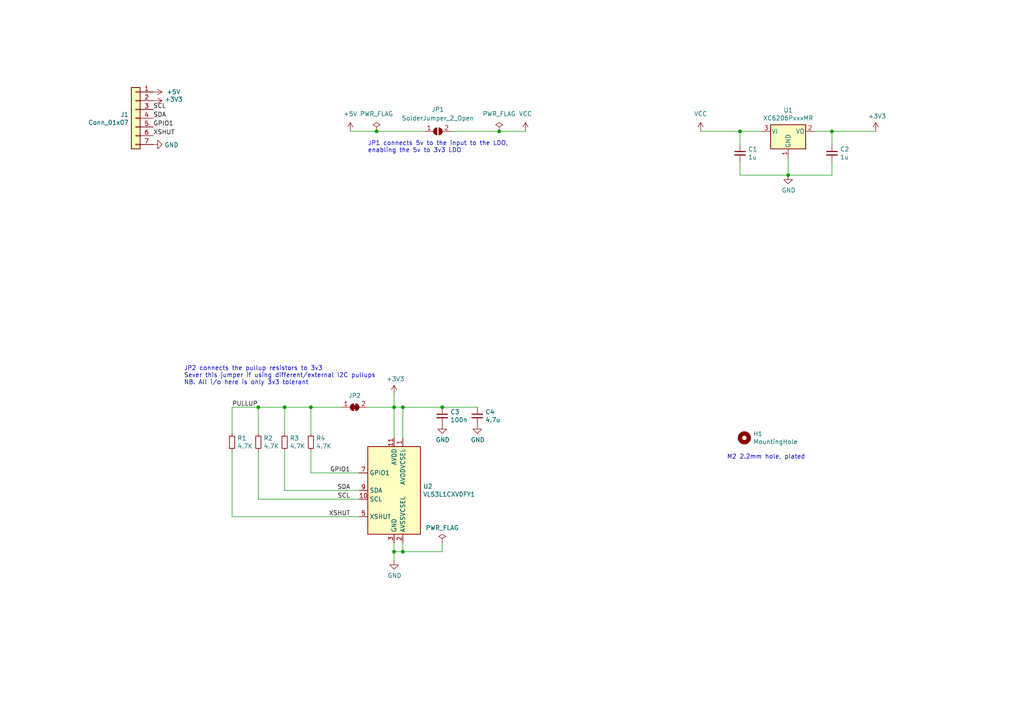
<source format=kicad_sch>
(kicad_sch (version 20211123) (generator eeschema)

  (uuid 63ff1c93-3f96-4c33-b498-5dd8c33bccc0)

  (paper "A4")

  (title_block
    (date "2022-01-23")
    (rev "2")
  )

  (lib_symbols
    (symbol "Connector_Generic:Conn_01x07" (pin_names (offset 1.016) hide) (in_bom yes) (on_board yes)
      (property "Reference" "J" (id 0) (at 0 10.16 0)
        (effects (font (size 1.27 1.27)))
      )
      (property "Value" "Conn_01x07" (id 1) (at 0 -10.16 0)
        (effects (font (size 1.27 1.27)))
      )
      (property "Footprint" "" (id 2) (at 0 0 0)
        (effects (font (size 1.27 1.27)) hide)
      )
      (property "Datasheet" "~" (id 3) (at 0 0 0)
        (effects (font (size 1.27 1.27)) hide)
      )
      (property "ki_keywords" "connector" (id 4) (at 0 0 0)
        (effects (font (size 1.27 1.27)) hide)
      )
      (property "ki_description" "Generic connector, single row, 01x07, script generated (kicad-library-utils/schlib/autogen/connector/)" (id 5) (at 0 0 0)
        (effects (font (size 1.27 1.27)) hide)
      )
      (property "ki_fp_filters" "Connector*:*_1x??_*" (id 6) (at 0 0 0)
        (effects (font (size 1.27 1.27)) hide)
      )
      (symbol "Conn_01x07_1_1"
        (rectangle (start -1.27 -7.493) (end 0 -7.747)
          (stroke (width 0.1524) (type default) (color 0 0 0 0))
          (fill (type none))
        )
        (rectangle (start -1.27 -4.953) (end 0 -5.207)
          (stroke (width 0.1524) (type default) (color 0 0 0 0))
          (fill (type none))
        )
        (rectangle (start -1.27 -2.413) (end 0 -2.667)
          (stroke (width 0.1524) (type default) (color 0 0 0 0))
          (fill (type none))
        )
        (rectangle (start -1.27 0.127) (end 0 -0.127)
          (stroke (width 0.1524) (type default) (color 0 0 0 0))
          (fill (type none))
        )
        (rectangle (start -1.27 2.667) (end 0 2.413)
          (stroke (width 0.1524) (type default) (color 0 0 0 0))
          (fill (type none))
        )
        (rectangle (start -1.27 5.207) (end 0 4.953)
          (stroke (width 0.1524) (type default) (color 0 0 0 0))
          (fill (type none))
        )
        (rectangle (start -1.27 7.747) (end 0 7.493)
          (stroke (width 0.1524) (type default) (color 0 0 0 0))
          (fill (type none))
        )
        (rectangle (start -1.27 8.89) (end 1.27 -8.89)
          (stroke (width 0.254) (type default) (color 0 0 0 0))
          (fill (type background))
        )
        (pin passive line (at -5.08 7.62 0) (length 3.81)
          (name "Pin_1" (effects (font (size 1.27 1.27))))
          (number "1" (effects (font (size 1.27 1.27))))
        )
        (pin passive line (at -5.08 5.08 0) (length 3.81)
          (name "Pin_2" (effects (font (size 1.27 1.27))))
          (number "2" (effects (font (size 1.27 1.27))))
        )
        (pin passive line (at -5.08 2.54 0) (length 3.81)
          (name "Pin_3" (effects (font (size 1.27 1.27))))
          (number "3" (effects (font (size 1.27 1.27))))
        )
        (pin passive line (at -5.08 0 0) (length 3.81)
          (name "Pin_4" (effects (font (size 1.27 1.27))))
          (number "4" (effects (font (size 1.27 1.27))))
        )
        (pin passive line (at -5.08 -2.54 0) (length 3.81)
          (name "Pin_5" (effects (font (size 1.27 1.27))))
          (number "5" (effects (font (size 1.27 1.27))))
        )
        (pin passive line (at -5.08 -5.08 0) (length 3.81)
          (name "Pin_6" (effects (font (size 1.27 1.27))))
          (number "6" (effects (font (size 1.27 1.27))))
        )
        (pin passive line (at -5.08 -7.62 0) (length 3.81)
          (name "Pin_7" (effects (font (size 1.27 1.27))))
          (number "7" (effects (font (size 1.27 1.27))))
        )
      )
    )
    (symbol "Device:C_Small" (pin_numbers hide) (pin_names (offset 0.254) hide) (in_bom yes) (on_board yes)
      (property "Reference" "C" (id 0) (at 0.254 1.778 0)
        (effects (font (size 1.27 1.27)) (justify left))
      )
      (property "Value" "C_Small" (id 1) (at 0.254 -2.032 0)
        (effects (font (size 1.27 1.27)) (justify left))
      )
      (property "Footprint" "" (id 2) (at 0 0 0)
        (effects (font (size 1.27 1.27)) hide)
      )
      (property "Datasheet" "~" (id 3) (at 0 0 0)
        (effects (font (size 1.27 1.27)) hide)
      )
      (property "ki_keywords" "capacitor cap" (id 4) (at 0 0 0)
        (effects (font (size 1.27 1.27)) hide)
      )
      (property "ki_description" "Unpolarized capacitor, small symbol" (id 5) (at 0 0 0)
        (effects (font (size 1.27 1.27)) hide)
      )
      (property "ki_fp_filters" "C_*" (id 6) (at 0 0 0)
        (effects (font (size 1.27 1.27)) hide)
      )
      (symbol "C_Small_0_1"
        (polyline
          (pts
            (xy -1.524 -0.508)
            (xy 1.524 -0.508)
          )
          (stroke (width 0.3302) (type default) (color 0 0 0 0))
          (fill (type none))
        )
        (polyline
          (pts
            (xy -1.524 0.508)
            (xy 1.524 0.508)
          )
          (stroke (width 0.3048) (type default) (color 0 0 0 0))
          (fill (type none))
        )
      )
      (symbol "C_Small_1_1"
        (pin passive line (at 0 2.54 270) (length 2.032)
          (name "~" (effects (font (size 1.27 1.27))))
          (number "1" (effects (font (size 1.27 1.27))))
        )
        (pin passive line (at 0 -2.54 90) (length 2.032)
          (name "~" (effects (font (size 1.27 1.27))))
          (number "2" (effects (font (size 1.27 1.27))))
        )
      )
    )
    (symbol "Device:R_Small" (pin_numbers hide) (pin_names (offset 0.254) hide) (in_bom yes) (on_board yes)
      (property "Reference" "R" (id 0) (at 0.762 0.508 0)
        (effects (font (size 1.27 1.27)) (justify left))
      )
      (property "Value" "R_Small" (id 1) (at 0.762 -1.016 0)
        (effects (font (size 1.27 1.27)) (justify left))
      )
      (property "Footprint" "" (id 2) (at 0 0 0)
        (effects (font (size 1.27 1.27)) hide)
      )
      (property "Datasheet" "~" (id 3) (at 0 0 0)
        (effects (font (size 1.27 1.27)) hide)
      )
      (property "ki_keywords" "R resistor" (id 4) (at 0 0 0)
        (effects (font (size 1.27 1.27)) hide)
      )
      (property "ki_description" "Resistor, small symbol" (id 5) (at 0 0 0)
        (effects (font (size 1.27 1.27)) hide)
      )
      (property "ki_fp_filters" "R_*" (id 6) (at 0 0 0)
        (effects (font (size 1.27 1.27)) hide)
      )
      (symbol "R_Small_0_1"
        (rectangle (start -0.762 1.778) (end 0.762 -1.778)
          (stroke (width 0.2032) (type default) (color 0 0 0 0))
          (fill (type none))
        )
      )
      (symbol "R_Small_1_1"
        (pin passive line (at 0 2.54 270) (length 0.762)
          (name "~" (effects (font (size 1.27 1.27))))
          (number "1" (effects (font (size 1.27 1.27))))
        )
        (pin passive line (at 0 -2.54 90) (length 0.762)
          (name "~" (effects (font (size 1.27 1.27))))
          (number "2" (effects (font (size 1.27 1.27))))
        )
      )
    )
    (symbol "Jumper:SolderJumper_2_Bridged" (pin_names (offset 0) hide) (in_bom yes) (on_board yes)
      (property "Reference" "JP" (id 0) (at 0 2.032 0)
        (effects (font (size 1.27 1.27)))
      )
      (property "Value" "SolderJumper_2_Bridged" (id 1) (at 0 -2.54 0)
        (effects (font (size 1.27 1.27)))
      )
      (property "Footprint" "" (id 2) (at 0 0 0)
        (effects (font (size 1.27 1.27)) hide)
      )
      (property "Datasheet" "~" (id 3) (at 0 0 0)
        (effects (font (size 1.27 1.27)) hide)
      )
      (property "ki_keywords" "solder jumper SPST" (id 4) (at 0 0 0)
        (effects (font (size 1.27 1.27)) hide)
      )
      (property "ki_description" "Solder Jumper, 2-pole, closed/bridged" (id 5) (at 0 0 0)
        (effects (font (size 1.27 1.27)) hide)
      )
      (property "ki_fp_filters" "SolderJumper*Bridged*" (id 6) (at 0 0 0)
        (effects (font (size 1.27 1.27)) hide)
      )
      (symbol "SolderJumper_2_Bridged_0_1"
        (rectangle (start -0.508 0.508) (end 0.508 -0.508)
          (stroke (width 0) (type default) (color 0 0 0 0))
          (fill (type outline))
        )
        (arc (start -0.254 1.016) (mid -1.27 0) (end -0.254 -1.016)
          (stroke (width 0) (type default) (color 0 0 0 0))
          (fill (type none))
        )
        (arc (start -0.254 1.016) (mid -1.27 0) (end -0.254 -1.016)
          (stroke (width 0) (type default) (color 0 0 0 0))
          (fill (type outline))
        )
        (polyline
          (pts
            (xy -0.254 1.016)
            (xy -0.254 -1.016)
          )
          (stroke (width 0) (type default) (color 0 0 0 0))
          (fill (type none))
        )
        (polyline
          (pts
            (xy 0.254 1.016)
            (xy 0.254 -1.016)
          )
          (stroke (width 0) (type default) (color 0 0 0 0))
          (fill (type none))
        )
        (arc (start 0.254 -1.016) (mid 1.27 0) (end 0.254 1.016)
          (stroke (width 0) (type default) (color 0 0 0 0))
          (fill (type none))
        )
        (arc (start 0.254 -1.016) (mid 1.27 0) (end 0.254 1.016)
          (stroke (width 0) (type default) (color 0 0 0 0))
          (fill (type outline))
        )
      )
      (symbol "SolderJumper_2_Bridged_1_1"
        (pin passive line (at -3.81 0 0) (length 2.54)
          (name "A" (effects (font (size 1.27 1.27))))
          (number "1" (effects (font (size 1.27 1.27))))
        )
        (pin passive line (at 3.81 0 180) (length 2.54)
          (name "B" (effects (font (size 1.27 1.27))))
          (number "2" (effects (font (size 1.27 1.27))))
        )
      )
    )
    (symbol "Jumper:SolderJumper_2_Open" (pin_names (offset 0) hide) (in_bom yes) (on_board yes)
      (property "Reference" "JP" (id 0) (at 0 2.032 0)
        (effects (font (size 1.27 1.27)))
      )
      (property "Value" "SolderJumper_2_Open" (id 1) (at 0 -2.54 0)
        (effects (font (size 1.27 1.27)))
      )
      (property "Footprint" "" (id 2) (at 0 0 0)
        (effects (font (size 1.27 1.27)) hide)
      )
      (property "Datasheet" "~" (id 3) (at 0 0 0)
        (effects (font (size 1.27 1.27)) hide)
      )
      (property "ki_keywords" "solder jumper SPST" (id 4) (at 0 0 0)
        (effects (font (size 1.27 1.27)) hide)
      )
      (property "ki_description" "Solder Jumper, 2-pole, open" (id 5) (at 0 0 0)
        (effects (font (size 1.27 1.27)) hide)
      )
      (property "ki_fp_filters" "SolderJumper*Open*" (id 6) (at 0 0 0)
        (effects (font (size 1.27 1.27)) hide)
      )
      (symbol "SolderJumper_2_Open_0_1"
        (arc (start -0.254 1.016) (mid -1.27 0) (end -0.254 -1.016)
          (stroke (width 0) (type default) (color 0 0 0 0))
          (fill (type none))
        )
        (arc (start -0.254 1.016) (mid -1.27 0) (end -0.254 -1.016)
          (stroke (width 0) (type default) (color 0 0 0 0))
          (fill (type outline))
        )
        (polyline
          (pts
            (xy -0.254 1.016)
            (xy -0.254 -1.016)
          )
          (stroke (width 0) (type default) (color 0 0 0 0))
          (fill (type none))
        )
        (polyline
          (pts
            (xy 0.254 1.016)
            (xy 0.254 -1.016)
          )
          (stroke (width 0) (type default) (color 0 0 0 0))
          (fill (type none))
        )
        (arc (start 0.254 -1.016) (mid 1.27 0) (end 0.254 1.016)
          (stroke (width 0) (type default) (color 0 0 0 0))
          (fill (type none))
        )
        (arc (start 0.254 -1.016) (mid 1.27 0) (end 0.254 1.016)
          (stroke (width 0) (type default) (color 0 0 0 0))
          (fill (type outline))
        )
      )
      (symbol "SolderJumper_2_Open_1_1"
        (pin passive line (at -3.81 0 0) (length 2.54)
          (name "A" (effects (font (size 1.27 1.27))))
          (number "1" (effects (font (size 1.27 1.27))))
        )
        (pin passive line (at 3.81 0 180) (length 2.54)
          (name "B" (effects (font (size 1.27 1.27))))
          (number "2" (effects (font (size 1.27 1.27))))
        )
      )
    )
    (symbol "Mechanical:MountingHole" (pin_names (offset 1.016)) (in_bom yes) (on_board yes)
      (property "Reference" "H" (id 0) (at 0 5.08 0)
        (effects (font (size 1.27 1.27)))
      )
      (property "Value" "MountingHole" (id 1) (at 0 3.175 0)
        (effects (font (size 1.27 1.27)))
      )
      (property "Footprint" "" (id 2) (at 0 0 0)
        (effects (font (size 1.27 1.27)) hide)
      )
      (property "Datasheet" "~" (id 3) (at 0 0 0)
        (effects (font (size 1.27 1.27)) hide)
      )
      (property "ki_keywords" "mounting hole" (id 4) (at 0 0 0)
        (effects (font (size 1.27 1.27)) hide)
      )
      (property "ki_description" "Mounting Hole without connection" (id 5) (at 0 0 0)
        (effects (font (size 1.27 1.27)) hide)
      )
      (property "ki_fp_filters" "MountingHole*" (id 6) (at 0 0 0)
        (effects (font (size 1.27 1.27)) hide)
      )
      (symbol "MountingHole_0_1"
        (circle (center 0 0) (radius 1.27)
          (stroke (width 1.27) (type default) (color 0 0 0 0))
          (fill (type none))
        )
      )
    )
    (symbol "Regulator_Linear:XC6206PxxxMR" (pin_names (offset 0.254)) (in_bom yes) (on_board yes)
      (property "Reference" "U" (id 0) (at -3.81 3.175 0)
        (effects (font (size 1.27 1.27)))
      )
      (property "Value" "XC6206PxxxMR" (id 1) (at 0 3.175 0)
        (effects (font (size 1.27 1.27)) (justify left))
      )
      (property "Footprint" "Package_TO_SOT_SMD:SOT-23" (id 2) (at 0 5.715 0)
        (effects (font (size 1.27 1.27) italic) hide)
      )
      (property "Datasheet" "https://www.torexsemi.com/file/xc6206/XC6206.pdf" (id 3) (at 0 0 0)
        (effects (font (size 1.27 1.27)) hide)
      )
      (property "ki_keywords" "Torex LDO Voltage Regulator Fixed Positive" (id 4) (at 0 0 0)
        (effects (font (size 1.27 1.27)) hide)
      )
      (property "ki_description" "Positive 60-250mA Low Dropout Regulator, Fixed Output, SOT-23" (id 5) (at 0 0 0)
        (effects (font (size 1.27 1.27)) hide)
      )
      (property "ki_fp_filters" "SOT?23*" (id 6) (at 0 0 0)
        (effects (font (size 1.27 1.27)) hide)
      )
      (symbol "XC6206PxxxMR_0_1"
        (rectangle (start -5.08 1.905) (end 5.08 -5.08)
          (stroke (width 0.254) (type default) (color 0 0 0 0))
          (fill (type background))
        )
      )
      (symbol "XC6206PxxxMR_1_1"
        (pin power_in line (at 0 -7.62 90) (length 2.54)
          (name "GND" (effects (font (size 1.27 1.27))))
          (number "1" (effects (font (size 1.27 1.27))))
        )
        (pin power_out line (at 7.62 0 180) (length 2.54)
          (name "VO" (effects (font (size 1.27 1.27))))
          (number "2" (effects (font (size 1.27 1.27))))
        )
        (pin power_in line (at -7.62 0 0) (length 2.54)
          (name "VI" (effects (font (size 1.27 1.27))))
          (number "3" (effects (font (size 1.27 1.27))))
        )
      )
    )
    (symbol "Sensor_Distance:VL53L1CXV0FY1" (in_bom yes) (on_board yes)
      (property "Reference" "U" (id 0) (at -6.35 13.97 0)
        (effects (font (size 1.27 1.27)))
      )
      (property "Value" "VL53L1CXV0FY1" (id 1) (at 12.065 13.97 0)
        (effects (font (size 1.27 1.27)))
      )
      (property "Footprint" "Sensor_Distance:ST_VL53L1x" (id 2) (at 17.145 -13.97 0)
        (effects (font (size 1.27 1.27)) hide)
      )
      (property "Datasheet" "https://www.st.com/resource/en/datasheet/vl53l1x.pdf" (id 3) (at 2.54 0 0)
        (effects (font (size 1.27 1.27)) hide)
      )
      (property "ki_keywords" "VL53L1x ToF" (id 4) (at 0 0 0)
        (effects (font (size 1.27 1.27)) hide)
      )
      (property "ki_description" "4m distance ranging ToF sensor" (id 5) (at 0 0 0)
        (effects (font (size 1.27 1.27)) hide)
      )
      (property "ki_fp_filters" "ST*VL53L1x*" (id 6) (at 0 0 0)
        (effects (font (size 1.27 1.27)) hide)
      )
      (symbol "VL53L1CXV0FY1_0_1"
        (rectangle (start -7.62 12.7) (end 7.62 -12.7)
          (stroke (width 0.254) (type default) (color 0 0 0 0))
          (fill (type background))
        )
      )
      (symbol "VL53L1CXV0FY1_1_1"
        (pin power_in line (at 2.54 15.24 270) (length 2.54)
          (name "AVDDVCSEL" (effects (font (size 1.27 1.27))))
          (number "1" (effects (font (size 1.27 1.27))))
        )
        (pin input line (at -10.16 -2.54 0) (length 2.54)
          (name "SCL" (effects (font (size 1.27 1.27))))
          (number "10" (effects (font (size 1.27 1.27))))
        )
        (pin power_in line (at 0 15.24 270) (length 2.54)
          (name "AVDD" (effects (font (size 1.27 1.27))))
          (number "11" (effects (font (size 1.27 1.27))))
        )
        (pin passive line (at 0 -15.24 90) (length 2.54) hide
          (name "GND" (effects (font (size 1.27 1.27))))
          (number "12" (effects (font (size 1.27 1.27))))
        )
        (pin power_in line (at 2.54 -15.24 90) (length 2.54)
          (name "AVSSVCSEL" (effects (font (size 1.27 1.27))))
          (number "2" (effects (font (size 1.27 1.27))))
        )
        (pin power_in line (at 0 -15.24 90) (length 2.54)
          (name "GND" (effects (font (size 1.27 1.27))))
          (number "3" (effects (font (size 1.27 1.27))))
        )
        (pin passive line (at 0 -15.24 90) (length 2.54) hide
          (name "GND" (effects (font (size 1.27 1.27))))
          (number "4" (effects (font (size 1.27 1.27))))
        )
        (pin input line (at -10.16 -7.62 0) (length 2.54)
          (name "XSHUT" (effects (font (size 1.27 1.27))))
          (number "5" (effects (font (size 1.27 1.27))))
        )
        (pin passive line (at 0 -15.24 90) (length 2.54) hide
          (name "GND" (effects (font (size 1.27 1.27))))
          (number "6" (effects (font (size 1.27 1.27))))
        )
        (pin open_collector line (at -10.16 5.08 0) (length 2.54)
          (name "GPIO1" (effects (font (size 1.27 1.27))))
          (number "7" (effects (font (size 1.27 1.27))))
        )
        (pin no_connect line (at -7.62 7.62 0) (length 2.54) hide
          (name "DNC" (effects (font (size 1.27 1.27))))
          (number "8" (effects (font (size 1.27 1.27))))
        )
        (pin bidirectional line (at -10.16 0 0) (length 2.54)
          (name "SDA" (effects (font (size 1.27 1.27))))
          (number "9" (effects (font (size 1.27 1.27))))
        )
      )
    )
    (symbol "power:+3.3V" (power) (pin_names (offset 0)) (in_bom yes) (on_board yes)
      (property "Reference" "#PWR" (id 0) (at 0 -3.81 0)
        (effects (font (size 1.27 1.27)) hide)
      )
      (property "Value" "+3.3V" (id 1) (at 0 3.556 0)
        (effects (font (size 1.27 1.27)))
      )
      (property "Footprint" "" (id 2) (at 0 0 0)
        (effects (font (size 1.27 1.27)) hide)
      )
      (property "Datasheet" "" (id 3) (at 0 0 0)
        (effects (font (size 1.27 1.27)) hide)
      )
      (property "ki_keywords" "power-flag" (id 4) (at 0 0 0)
        (effects (font (size 1.27 1.27)) hide)
      )
      (property "ki_description" "Power symbol creates a global label with name \"+3.3V\"" (id 5) (at 0 0 0)
        (effects (font (size 1.27 1.27)) hide)
      )
      (symbol "+3.3V_0_1"
        (polyline
          (pts
            (xy -0.762 1.27)
            (xy 0 2.54)
          )
          (stroke (width 0) (type default) (color 0 0 0 0))
          (fill (type none))
        )
        (polyline
          (pts
            (xy 0 0)
            (xy 0 2.54)
          )
          (stroke (width 0) (type default) (color 0 0 0 0))
          (fill (type none))
        )
        (polyline
          (pts
            (xy 0 2.54)
            (xy 0.762 1.27)
          )
          (stroke (width 0) (type default) (color 0 0 0 0))
          (fill (type none))
        )
      )
      (symbol "+3.3V_1_1"
        (pin power_in line (at 0 0 90) (length 0) hide
          (name "+3V3" (effects (font (size 1.27 1.27))))
          (number "1" (effects (font (size 1.27 1.27))))
        )
      )
    )
    (symbol "power:+5V" (power) (pin_names (offset 0)) (in_bom yes) (on_board yes)
      (property "Reference" "#PWR" (id 0) (at 0 -3.81 0)
        (effects (font (size 1.27 1.27)) hide)
      )
      (property "Value" "+5V" (id 1) (at 0 3.556 0)
        (effects (font (size 1.27 1.27)))
      )
      (property "Footprint" "" (id 2) (at 0 0 0)
        (effects (font (size 1.27 1.27)) hide)
      )
      (property "Datasheet" "" (id 3) (at 0 0 0)
        (effects (font (size 1.27 1.27)) hide)
      )
      (property "ki_keywords" "power-flag" (id 4) (at 0 0 0)
        (effects (font (size 1.27 1.27)) hide)
      )
      (property "ki_description" "Power symbol creates a global label with name \"+5V\"" (id 5) (at 0 0 0)
        (effects (font (size 1.27 1.27)) hide)
      )
      (symbol "+5V_0_1"
        (polyline
          (pts
            (xy -0.762 1.27)
            (xy 0 2.54)
          )
          (stroke (width 0) (type default) (color 0 0 0 0))
          (fill (type none))
        )
        (polyline
          (pts
            (xy 0 0)
            (xy 0 2.54)
          )
          (stroke (width 0) (type default) (color 0 0 0 0))
          (fill (type none))
        )
        (polyline
          (pts
            (xy 0 2.54)
            (xy 0.762 1.27)
          )
          (stroke (width 0) (type default) (color 0 0 0 0))
          (fill (type none))
        )
      )
      (symbol "+5V_1_1"
        (pin power_in line (at 0 0 90) (length 0) hide
          (name "+5V" (effects (font (size 1.27 1.27))))
          (number "1" (effects (font (size 1.27 1.27))))
        )
      )
    )
    (symbol "power:GND" (power) (pin_names (offset 0)) (in_bom yes) (on_board yes)
      (property "Reference" "#PWR" (id 0) (at 0 -6.35 0)
        (effects (font (size 1.27 1.27)) hide)
      )
      (property "Value" "GND" (id 1) (at 0 -3.81 0)
        (effects (font (size 1.27 1.27)))
      )
      (property "Footprint" "" (id 2) (at 0 0 0)
        (effects (font (size 1.27 1.27)) hide)
      )
      (property "Datasheet" "" (id 3) (at 0 0 0)
        (effects (font (size 1.27 1.27)) hide)
      )
      (property "ki_keywords" "power-flag" (id 4) (at 0 0 0)
        (effects (font (size 1.27 1.27)) hide)
      )
      (property "ki_description" "Power symbol creates a global label with name \"GND\" , ground" (id 5) (at 0 0 0)
        (effects (font (size 1.27 1.27)) hide)
      )
      (symbol "GND_0_1"
        (polyline
          (pts
            (xy 0 0)
            (xy 0 -1.27)
            (xy 1.27 -1.27)
            (xy 0 -2.54)
            (xy -1.27 -1.27)
            (xy 0 -1.27)
          )
          (stroke (width 0) (type default) (color 0 0 0 0))
          (fill (type none))
        )
      )
      (symbol "GND_1_1"
        (pin power_in line (at 0 0 270) (length 0) hide
          (name "GND" (effects (font (size 1.27 1.27))))
          (number "1" (effects (font (size 1.27 1.27))))
        )
      )
    )
    (symbol "power:PWR_FLAG" (power) (pin_numbers hide) (pin_names (offset 0) hide) (in_bom yes) (on_board yes)
      (property "Reference" "#FLG" (id 0) (at 0 1.905 0)
        (effects (font (size 1.27 1.27)) hide)
      )
      (property "Value" "PWR_FLAG" (id 1) (at 0 3.81 0)
        (effects (font (size 1.27 1.27)))
      )
      (property "Footprint" "" (id 2) (at 0 0 0)
        (effects (font (size 1.27 1.27)) hide)
      )
      (property "Datasheet" "~" (id 3) (at 0 0 0)
        (effects (font (size 1.27 1.27)) hide)
      )
      (property "ki_keywords" "power-flag" (id 4) (at 0 0 0)
        (effects (font (size 1.27 1.27)) hide)
      )
      (property "ki_description" "Special symbol for telling ERC where power comes from" (id 5) (at 0 0 0)
        (effects (font (size 1.27 1.27)) hide)
      )
      (symbol "PWR_FLAG_0_0"
        (pin power_out line (at 0 0 90) (length 0)
          (name "pwr" (effects (font (size 1.27 1.27))))
          (number "1" (effects (font (size 1.27 1.27))))
        )
      )
      (symbol "PWR_FLAG_0_1"
        (polyline
          (pts
            (xy 0 0)
            (xy 0 1.27)
            (xy -1.016 1.905)
            (xy 0 2.54)
            (xy 1.016 1.905)
            (xy 0 1.27)
          )
          (stroke (width 0) (type default) (color 0 0 0 0))
          (fill (type none))
        )
      )
    )
    (symbol "power:VCC" (power) (pin_names (offset 0)) (in_bom yes) (on_board yes)
      (property "Reference" "#PWR" (id 0) (at 0 -3.81 0)
        (effects (font (size 1.27 1.27)) hide)
      )
      (property "Value" "VCC" (id 1) (at 0 3.81 0)
        (effects (font (size 1.27 1.27)))
      )
      (property "Footprint" "" (id 2) (at 0 0 0)
        (effects (font (size 1.27 1.27)) hide)
      )
      (property "Datasheet" "" (id 3) (at 0 0 0)
        (effects (font (size 1.27 1.27)) hide)
      )
      (property "ki_keywords" "power-flag" (id 4) (at 0 0 0)
        (effects (font (size 1.27 1.27)) hide)
      )
      (property "ki_description" "Power symbol creates a global label with name \"VCC\"" (id 5) (at 0 0 0)
        (effects (font (size 1.27 1.27)) hide)
      )
      (symbol "VCC_0_1"
        (polyline
          (pts
            (xy -0.762 1.27)
            (xy 0 2.54)
          )
          (stroke (width 0) (type default) (color 0 0 0 0))
          (fill (type none))
        )
        (polyline
          (pts
            (xy 0 0)
            (xy 0 2.54)
          )
          (stroke (width 0) (type default) (color 0 0 0 0))
          (fill (type none))
        )
        (polyline
          (pts
            (xy 0 2.54)
            (xy 0.762 1.27)
          )
          (stroke (width 0) (type default) (color 0 0 0 0))
          (fill (type none))
        )
      )
      (symbol "VCC_1_1"
        (pin power_in line (at 0 0 90) (length 0) hide
          (name "VCC" (effects (font (size 1.27 1.27))))
          (number "1" (effects (font (size 1.27 1.27))))
        )
      )
    )
  )

  (junction (at 116.84 118.11) (diameter 0) (color 0 0 0 0)
    (uuid 16bd6381-8ac0-4bf2-9dce-ecc20c724b8d)
  )
  (junction (at 114.3 160.02) (diameter 0) (color 0 0 0 0)
    (uuid 262f1ea9-0133-4b43-be36-456207ea857c)
  )
  (junction (at 144.78 38.1) (diameter 0) (color 0 0 0 0)
    (uuid 58ffe43b-f53b-4696-9079-40bf2faed48f)
  )
  (junction (at 128.27 118.11) (diameter 0) (color 0 0 0 0)
    (uuid 60dcd1fe-7079-4cb8-b509-04558ccf5097)
  )
  (junction (at 241.3 38.1) (diameter 0) (color 0 0 0 0)
    (uuid 6284122b-79c3-4e04-925e-3d32cc3ec077)
  )
  (junction (at 90.17 118.11) (diameter 0) (color 0 0 0 0)
    (uuid 7c091a29-ff60-4977-bb42-5db804d14f7f)
  )
  (junction (at 214.63 38.1) (diameter 0) (color 0 0 0 0)
    (uuid 84e5506c-143e-495f-9aa4-d3a71622f213)
  )
  (junction (at 109.22 38.1) (diameter 0) (color 0 0 0 0)
    (uuid 97937472-9faf-41ac-9081-c376e001850c)
  )
  (junction (at 82.55 118.11) (diameter 0) (color 0 0 0 0)
    (uuid b17a0036-7b2c-4bdb-a2cf-0b28094a8f1e)
  )
  (junction (at 74.93 118.11) (diameter 0) (color 0 0 0 0)
    (uuid e128d0b6-6358-40ea-821b-98aa3d26809a)
  )
  (junction (at 114.3 118.11) (diameter 0) (color 0 0 0 0)
    (uuid e4c6fdbb-fdc7-4ad4-a516-240d84cdc120)
  )
  (junction (at 116.84 160.02) (diameter 0) (color 0 0 0 0)
    (uuid ec5c2062-3a41-4636-8803-069e60a1641a)
  )
  (junction (at 228.6 50.8) (diameter 0) (color 0 0 0 0)
    (uuid ecbf1a68-fc63-4122-8ccc-c4e83fc57cff)
  )

  (wire (pts (xy 144.78 38.1) (xy 152.4 38.1))
    (stroke (width 0) (type default) (color 0 0 0 0))
    (uuid 0133bafe-73c4-4528-8d4b-101ec6975e9a)
  )
  (wire (pts (xy 214.63 46.99) (xy 214.63 50.8))
    (stroke (width 0) (type default) (color 0 0 0 0))
    (uuid 097edb1b-8998-4e70-b670-bba125982348)
  )
  (wire (pts (xy 241.3 50.8) (xy 241.3 46.99))
    (stroke (width 0) (type default) (color 0 0 0 0))
    (uuid 099096e4-8c2a-4d84-a16f-06b4b6330e7a)
  )
  (wire (pts (xy 67.31 130.81) (xy 67.31 149.86))
    (stroke (width 0) (type default) (color 0 0 0 0))
    (uuid 15fe8f3d-6077-4e0e-81d0-8ec3f4538981)
  )
  (wire (pts (xy 114.3 114.3) (xy 114.3 118.11))
    (stroke (width 0) (type default) (color 0 0 0 0))
    (uuid 1ddcdfcf-cc6e-455b-9d11-d0e740bd4649)
  )
  (wire (pts (xy 109.22 38.1) (xy 123.19 38.1))
    (stroke (width 0) (type default) (color 0 0 0 0))
    (uuid 21f95b5d-add3-45d9-939a-b0190dd8bfc6)
  )
  (wire (pts (xy 241.3 38.1) (xy 254 38.1))
    (stroke (width 0) (type default) (color 0 0 0 0))
    (uuid 2e842263-c0ba-46fd-a760-6624d4c78278)
  )
  (wire (pts (xy 82.55 130.81) (xy 82.55 142.24))
    (stroke (width 0) (type default) (color 0 0 0 0))
    (uuid 35a9f71f-ba35-47f6-814e-4106ac36c51e)
  )
  (wire (pts (xy 67.31 118.11) (xy 67.31 125.73))
    (stroke (width 0) (type default) (color 0 0 0 0))
    (uuid 40c483a6-9060-4c2f-b947-18d63949bae3)
  )
  (wire (pts (xy 214.63 38.1) (xy 220.98 38.1))
    (stroke (width 0) (type default) (color 0 0 0 0))
    (uuid 477311b9-8f81-40c8-9c55-fd87e287247a)
  )
  (wire (pts (xy 138.43 118.11) (xy 128.27 118.11))
    (stroke (width 0) (type default) (color 0 0 0 0))
    (uuid 4a21e717-d46d-4d9e-8b98-af4ecb02d3ec)
  )
  (wire (pts (xy 228.6 50.8) (xy 228.6 45.72))
    (stroke (width 0) (type default) (color 0 0 0 0))
    (uuid 5067601f-bf70-4495-b729-78c019527d4e)
  )
  (wire (pts (xy 114.3 160.02) (xy 116.84 160.02))
    (stroke (width 0) (type default) (color 0 0 0 0))
    (uuid 576c6616-e95d-4f1e-8ead-dea30fcdc8c2)
  )
  (wire (pts (xy 90.17 137.16) (xy 90.17 130.81))
    (stroke (width 0) (type default) (color 0 0 0 0))
    (uuid 5b34a16c-5a14-4291-8242-ea6d6ac54372)
  )
  (wire (pts (xy 128.27 160.02) (xy 128.27 157.48))
    (stroke (width 0) (type default) (color 0 0 0 0))
    (uuid 5edcefbe-9766-42c8-9529-28d0ec865573)
  )
  (wire (pts (xy 74.93 118.11) (xy 74.93 125.73))
    (stroke (width 0) (type default) (color 0 0 0 0))
    (uuid 6b876ee3-e0d5-4d14-80ac-75d25aa75d23)
  )
  (wire (pts (xy 106.68 118.11) (xy 114.3 118.11))
    (stroke (width 0) (type default) (color 0 0 0 0))
    (uuid 6e1e8bc7-6ebb-4c5c-993f-d5b957e8e62e)
  )
  (wire (pts (xy 101.6 38.1) (xy 109.22 38.1))
    (stroke (width 0) (type default) (color 0 0 0 0))
    (uuid 6f15f687-9731-4ae2-8978-8fc12d534310)
  )
  (wire (pts (xy 116.84 160.02) (xy 128.27 160.02))
    (stroke (width 0) (type default) (color 0 0 0 0))
    (uuid 721d1be9-236e-470b-ba69-f1cc6c43faf9)
  )
  (wire (pts (xy 90.17 118.11) (xy 90.17 125.73))
    (stroke (width 0) (type default) (color 0 0 0 0))
    (uuid 74bf1b77-1a56-4f2b-a93b-b4f88ec9be6a)
  )
  (wire (pts (xy 67.31 149.86) (xy 104.14 149.86))
    (stroke (width 0) (type default) (color 0 0 0 0))
    (uuid 814763c2-92e5-4a2c-941c-9bbd073f6e87)
  )
  (wire (pts (xy 116.84 118.11) (xy 128.27 118.11))
    (stroke (width 0) (type default) (color 0 0 0 0))
    (uuid 826fc3f8-981e-4e3b-81a5-94ea8ae501cf)
  )
  (wire (pts (xy 116.84 127) (xy 116.84 118.11))
    (stroke (width 0) (type default) (color 0 0 0 0))
    (uuid 85b7594c-358f-454b-b2ad-dd0b1d67ed76)
  )
  (wire (pts (xy 116.84 160.02) (xy 116.84 157.48))
    (stroke (width 0) (type default) (color 0 0 0 0))
    (uuid 89e83c2e-e90a-4a50-b278-880bac0cfb49)
  )
  (wire (pts (xy 130.81 38.1) (xy 144.78 38.1))
    (stroke (width 0) (type default) (color 0 0 0 0))
    (uuid 8b5a7462-d0f0-4f07-a1f3-6e09d23bb303)
  )
  (wire (pts (xy 203.2 38.1) (xy 214.63 38.1))
    (stroke (width 0) (type default) (color 0 0 0 0))
    (uuid 8c0807a7-765b-4fa5-baaa-e09a2b610e6b)
  )
  (wire (pts (xy 82.55 118.11) (xy 74.93 118.11))
    (stroke (width 0) (type default) (color 0 0 0 0))
    (uuid 8de75385-071d-4ccc-bda0-544d267d2058)
  )
  (wire (pts (xy 82.55 118.11) (xy 82.55 125.73))
    (stroke (width 0) (type default) (color 0 0 0 0))
    (uuid 965308c8-e014-459a-b9db-b8493a601c62)
  )
  (wire (pts (xy 214.63 50.8) (xy 228.6 50.8))
    (stroke (width 0) (type default) (color 0 0 0 0))
    (uuid 994b6220-4755-4d84-91b3-6122ac1c2c5e)
  )
  (wire (pts (xy 104.14 144.78) (xy 74.93 144.78))
    (stroke (width 0) (type default) (color 0 0 0 0))
    (uuid 9b3c58a7-a9b9-4498-abc0-f9f43e4f0292)
  )
  (wire (pts (xy 228.6 50.8) (xy 241.3 50.8))
    (stroke (width 0) (type default) (color 0 0 0 0))
    (uuid a13ab237-8f8d-4e16-8c47-4440653b8534)
  )
  (wire (pts (xy 116.84 118.11) (xy 114.3 118.11))
    (stroke (width 0) (type default) (color 0 0 0 0))
    (uuid a5cd8da1-8f7f-4f80-bb23-0317de562222)
  )
  (wire (pts (xy 114.3 157.48) (xy 114.3 160.02))
    (stroke (width 0) (type default) (color 0 0 0 0))
    (uuid a5e521b9-814e-4853-a5ac-f158785c6269)
  )
  (wire (pts (xy 90.17 118.11) (xy 99.06 118.11))
    (stroke (width 0) (type default) (color 0 0 0 0))
    (uuid b6a1b461-dde2-41db-8605-fd3322468b50)
  )
  (wire (pts (xy 82.55 142.24) (xy 104.14 142.24))
    (stroke (width 0) (type default) (color 0 0 0 0))
    (uuid c094494a-f6f7-43fc-a007-4951484ddf3a)
  )
  (wire (pts (xy 114.3 160.02) (xy 114.3 162.56))
    (stroke (width 0) (type default) (color 0 0 0 0))
    (uuid c1c799a0-3c93-493a-9ad7-8a0561bc69ee)
  )
  (wire (pts (xy 104.14 137.16) (xy 90.17 137.16))
    (stroke (width 0) (type default) (color 0 0 0 0))
    (uuid c701ee8e-1214-4781-a973-17bef7b6e3eb)
  )
  (wire (pts (xy 241.3 38.1) (xy 236.22 38.1))
    (stroke (width 0) (type default) (color 0 0 0 0))
    (uuid ca5a4651-0d1d-441b-b17d-01518ef3b656)
  )
  (wire (pts (xy 214.63 41.91) (xy 214.63 38.1))
    (stroke (width 0) (type default) (color 0 0 0 0))
    (uuid d80a51ae-46cc-40e9-9bbe-828a4b81caa2)
  )
  (wire (pts (xy 241.3 41.91) (xy 241.3 38.1))
    (stroke (width 0) (type default) (color 0 0 0 0))
    (uuid da775ff1-db6f-4ebe-adae-2f77182b4ab7)
  )
  (wire (pts (xy 74.93 118.11) (xy 67.31 118.11))
    (stroke (width 0) (type default) (color 0 0 0 0))
    (uuid dd39f390-2551-45f6-bf7c-7d5929c41966)
  )
  (wire (pts (xy 74.93 144.78) (xy 74.93 130.81))
    (stroke (width 0) (type default) (color 0 0 0 0))
    (uuid e40e8cef-4fb0-4fc3-be09-3875b2cc8469)
  )
  (wire (pts (xy 114.3 118.11) (xy 114.3 127))
    (stroke (width 0) (type default) (color 0 0 0 0))
    (uuid ec31c074-17b2-48e1-ab01-071acad3fa04)
  )
  (wire (pts (xy 90.17 118.11) (xy 82.55 118.11))
    (stroke (width 0) (type default) (color 0 0 0 0))
    (uuid fd874507-b0d1-410f-b9e0-3147975f7170)
  )

  (text "JP1 connects 5v to the input to the LDO,\nenabling the 5v to 3v3 LDO"
    (at 106.68 44.45 0)
    (effects (font (size 1.27 1.27)) (justify left bottom))
    (uuid 5f442e83-d4c7-43c6-9775-e3a752843b9d)
  )
  (text "JP2 connects the pullup resistors to 3v3\nSever this jumper if using different/external I2C pullups\nNB. All i/o here is only 3v3 tolerant"
    (at 53.34 111.76 0)
    (effects (font (size 1.27 1.27)) (justify left bottom))
    (uuid b1cd3c0d-213f-4dc1-be26-766713e727fa)
  )
  (text "M2 2.2mm hole, plated" (at 210.82 133.35 0)
    (effects (font (size 1.27 1.27)) (justify left bottom))
    (uuid e0af91f4-fedb-465a-b8f2-34994c78f897)
  )

  (label "PULLUP" (at 67.31 118.11 0)
    (effects (font (size 1.27 1.27)) (justify left bottom))
    (uuid 201f1618-0ad4-4d9e-914e-a3314a6c77f4)
  )
  (label "GPIO1" (at 44.45 36.83 0)
    (effects (font (size 1.27 1.27)) (justify left bottom))
    (uuid 20c315f4-1e4f-49aa-8d61-778a7389df7e)
  )
  (label "SDA" (at 101.6 142.24 180)
    (effects (font (size 1.27 1.27)) (justify right bottom))
    (uuid 6781326c-6e0d-4753-8f28-0f5c687e01f9)
  )
  (label "SDA" (at 44.45 34.29 0)
    (effects (font (size 1.27 1.27)) (justify left bottom))
    (uuid 7e0a03ae-d054-4f76-a131-5c09b8dc1636)
  )
  (label "XSHUT" (at 101.6 149.86 180)
    (effects (font (size 1.27 1.27)) (justify right bottom))
    (uuid 82be7aae-5d06-4178-8c3e-98760c41b054)
  )
  (label "XSHUT" (at 44.45 39.37 0)
    (effects (font (size 1.27 1.27)) (justify left bottom))
    (uuid 9193c41e-d425-447d-b95c-6986d66ea01c)
  )
  (label "GPIO1" (at 101.6 137.16 180)
    (effects (font (size 1.27 1.27)) (justify right bottom))
    (uuid c8029a4c-945d-42ca-871a-dd73ff50a1a3)
  )
  (label "SCL" (at 44.45 31.75 0)
    (effects (font (size 1.27 1.27)) (justify left bottom))
    (uuid d6fb27cf-362d-4568-967c-a5bf49d5931b)
  )
  (label "SCL" (at 101.6 144.78 180)
    (effects (font (size 1.27 1.27)) (justify right bottom))
    (uuid e65b62be-e01b-4688-a999-1d1be370c4ae)
  )

  (symbol (lib_id "Sensor_Distance:VL53L1CXV0FY1") (at 114.3 142.24 0) (unit 1)
    (in_bom yes) (on_board yes)
    (uuid 00000000-0000-0000-0000-00006023bcb4)
    (property "Reference" "U2" (id 0) (at 122.682 141.0716 0)
      (effects (font (size 1.27 1.27)) (justify left))
    )
    (property "Value" "VL53L1CXV0FY1" (id 1) (at 122.682 143.383 0)
      (effects (font (size 1.27 1.27)) (justify left))
    )
    (property "Footprint" "Sensor_Distance:ST_VL53L1x" (id 2) (at 131.445 156.21 0)
      (effects (font (size 1.27 1.27)) hide)
    )
    (property "Datasheet" "https://www.st.com/resource/en/datasheet/vl53l1x.pdf" (id 3) (at 116.84 142.24 0)
      (effects (font (size 1.27 1.27)) hide)
    )
    (property "LCSC" "C190004" (id 4) (at 114.3 142.24 0)
      (effects (font (size 1.27 1.27)) hide)
    )
    (property "JLCPCB_CORRECTION" "0;0;180" (id 5) (at 114.3 142.24 0)
      (effects (font (size 1.27 1.27)) hide)
    )
    (pin "1" (uuid bb125fef-f578-4ca1-a5bc-eb64f433cff3))
    (pin "10" (uuid 50e630f3-f7c2-474c-a8d4-ebe63f7e127f))
    (pin "11" (uuid 46a0a607-6113-4fdf-ba11-cbd5f8cadd3f))
    (pin "12" (uuid a01af284-66a0-416c-9495-20548076d1c3))
    (pin "2" (uuid 26c8e6d9-6ec3-4033-bcb9-09fff6d96bac))
    (pin "3" (uuid cb00bf53-65b3-4c9a-894b-915b5a154ce1))
    (pin "4" (uuid d6742900-ff87-4773-a270-22ae520f3b11))
    (pin "5" (uuid 90b023a5-fa89-4a2b-81ae-e4259b89f49b))
    (pin "6" (uuid 17f42696-fe6b-4f15-9986-94d2164e4d2d))
    (pin "7" (uuid 6dc5b49f-7011-47c7-9f2a-8773f80fc458))
    (pin "8" (uuid 99755346-f73e-4e7e-aba7-63513553aa7f))
    (pin "9" (uuid f9d04b36-5553-4d83-ae32-9901b622fe7a))
  )

  (symbol (lib_id "Device:R_Small") (at 90.17 128.27 0) (unit 1)
    (in_bom yes) (on_board yes)
    (uuid 00000000-0000-0000-0000-00006023dbac)
    (property "Reference" "R4" (id 0) (at 91.6686 127.1016 0)
      (effects (font (size 1.27 1.27)) (justify left))
    )
    (property "Value" "4.7K" (id 1) (at 91.6686 129.413 0)
      (effects (font (size 1.27 1.27)) (justify left))
    )
    (property "Footprint" "Resistor_SMD:R_0603_1608Metric" (id 2) (at 90.17 128.27 0)
      (effects (font (size 1.27 1.27)) hide)
    )
    (property "Datasheet" "~" (id 3) (at 90.17 128.27 0)
      (effects (font (size 1.27 1.27)) hide)
    )
    (property "LCSC" "C23162" (id 4) (at 90.17 128.27 0)
      (effects (font (size 1.27 1.27)) hide)
    )
    (pin "1" (uuid c5320a65-5be8-4045-a3a0-3463e2af3257))
    (pin "2" (uuid f5daca89-805a-4225-bfcd-a604813890ac))
  )

  (symbol (lib_id "Device:R_Small") (at 82.55 128.27 0) (unit 1)
    (in_bom yes) (on_board yes)
    (uuid 00000000-0000-0000-0000-00006023ed1d)
    (property "Reference" "R3" (id 0) (at 84.0486 127.1016 0)
      (effects (font (size 1.27 1.27)) (justify left))
    )
    (property "Value" "4.7K" (id 1) (at 84.0486 129.413 0)
      (effects (font (size 1.27 1.27)) (justify left))
    )
    (property "Footprint" "Resistor_SMD:R_0603_1608Metric" (id 2) (at 82.55 128.27 0)
      (effects (font (size 1.27 1.27)) hide)
    )
    (property "Datasheet" "~" (id 3) (at 82.55 128.27 0)
      (effects (font (size 1.27 1.27)) hide)
    )
    (property "LCSC" "C23162" (id 4) (at 82.55 128.27 0)
      (effects (font (size 1.27 1.27)) hide)
    )
    (pin "1" (uuid 190e81ff-73b6-42d6-a044-3de60c68b533))
    (pin "2" (uuid f9e43d95-038e-4c2c-993c-6421e6b482ef))
  )

  (symbol (lib_id "Device:R_Small") (at 74.93 128.27 0) (unit 1)
    (in_bom yes) (on_board yes)
    (uuid 00000000-0000-0000-0000-00006023f0db)
    (property "Reference" "R2" (id 0) (at 76.4286 127.1016 0)
      (effects (font (size 1.27 1.27)) (justify left))
    )
    (property "Value" "4.7K" (id 1) (at 76.4286 129.413 0)
      (effects (font (size 1.27 1.27)) (justify left))
    )
    (property "Footprint" "Resistor_SMD:R_0603_1608Metric" (id 2) (at 74.93 128.27 0)
      (effects (font (size 1.27 1.27)) hide)
    )
    (property "Datasheet" "~" (id 3) (at 74.93 128.27 0)
      (effects (font (size 1.27 1.27)) hide)
    )
    (property "LCSC" "C23162" (id 4) (at 74.93 128.27 0)
      (effects (font (size 1.27 1.27)) hide)
    )
    (pin "1" (uuid 295ccbca-ec52-4627-8aa8-4f65fecc5ccc))
    (pin "2" (uuid 4f137560-fd15-43b1-8f79-c87161dbfb06))
  )

  (symbol (lib_id "Device:R_Small") (at 67.31 128.27 0) (unit 1)
    (in_bom yes) (on_board yes)
    (uuid 00000000-0000-0000-0000-00006023f3fb)
    (property "Reference" "R1" (id 0) (at 68.8086 127.1016 0)
      (effects (font (size 1.27 1.27)) (justify left))
    )
    (property "Value" "4.7K" (id 1) (at 68.8086 129.413 0)
      (effects (font (size 1.27 1.27)) (justify left))
    )
    (property "Footprint" "Resistor_SMD:R_0603_1608Metric" (id 2) (at 67.31 128.27 0)
      (effects (font (size 1.27 1.27)) hide)
    )
    (property "Datasheet" "~" (id 3) (at 67.31 128.27 0)
      (effects (font (size 1.27 1.27)) hide)
    )
    (property "LCSC" "C23162" (id 4) (at 67.31 128.27 0)
      (effects (font (size 1.27 1.27)) hide)
    )
    (pin "1" (uuid daab4222-f234-406f-9856-d8d7ea988c8e))
    (pin "2" (uuid 7dc2d1f0-9853-41c5-82ef-3e8bfad85b15))
  )

  (symbol (lib_id "power:GND") (at 114.3 162.56 0) (unit 1)
    (in_bom yes) (on_board yes)
    (uuid 00000000-0000-0000-0000-000060240934)
    (property "Reference" "#PWR05" (id 0) (at 114.3 168.91 0)
      (effects (font (size 1.27 1.27)) hide)
    )
    (property "Value" "GND" (id 1) (at 114.427 166.9542 0))
    (property "Footprint" "" (id 2) (at 114.3 162.56 0)
      (effects (font (size 1.27 1.27)) hide)
    )
    (property "Datasheet" "" (id 3) (at 114.3 162.56 0)
      (effects (font (size 1.27 1.27)) hide)
    )
    (pin "1" (uuid cd2878a2-d770-49ce-9877-65a079e5bfde))
  )

  (symbol (lib_id "Device:C_Small") (at 128.27 120.65 0) (unit 1)
    (in_bom yes) (on_board yes)
    (uuid 00000000-0000-0000-0000-000060241e79)
    (property "Reference" "C3" (id 0) (at 130.6068 119.4816 0)
      (effects (font (size 1.27 1.27)) (justify left))
    )
    (property "Value" "100n" (id 1) (at 130.6068 121.793 0)
      (effects (font (size 1.27 1.27)) (justify left))
    )
    (property "Footprint" "Capacitor_SMD:C_0603_1608Metric" (id 2) (at 128.27 120.65 0)
      (effects (font (size 1.27 1.27)) hide)
    )
    (property "Datasheet" "~" (id 3) (at 128.27 120.65 0)
      (effects (font (size 1.27 1.27)) hide)
    )
    (property "LCSC" "C14663" (id 4) (at 128.27 120.65 0)
      (effects (font (size 1.27 1.27)) hide)
    )
    (pin "1" (uuid 2cfcd32f-c0c6-45ab-8e0a-e4dc4fe83573))
    (pin "2" (uuid 859b8b07-337d-4023-9111-89250a1ddd8f))
  )

  (symbol (lib_id "Device:C_Small") (at 138.43 120.65 0) (unit 1)
    (in_bom yes) (on_board yes)
    (uuid 00000000-0000-0000-0000-0000602441d2)
    (property "Reference" "C4" (id 0) (at 140.7668 119.4816 0)
      (effects (font (size 1.27 1.27)) (justify left))
    )
    (property "Value" "4.7u" (id 1) (at 140.7668 121.793 0)
      (effects (font (size 1.27 1.27)) (justify left))
    )
    (property "Footprint" "Capacitor_SMD:C_0603_1608Metric" (id 2) (at 138.43 120.65 0)
      (effects (font (size 1.27 1.27)) hide)
    )
    (property "Datasheet" "~" (id 3) (at 138.43 120.65 0)
      (effects (font (size 1.27 1.27)) hide)
    )
    (property "LCSC" "C19666" (id 4) (at 138.43 120.65 0)
      (effects (font (size 1.27 1.27)) hide)
    )
    (pin "1" (uuid 8b09f43d-2dc2-44c6-9573-edf7598e674c))
    (pin "2" (uuid 15fcb07b-b465-42d5-8175-624d61c1d734))
  )

  (symbol (lib_id "power:GND") (at 128.27 123.19 0) (unit 1)
    (in_bom yes) (on_board yes)
    (uuid 00000000-0000-0000-0000-000060244724)
    (property "Reference" "#PWR06" (id 0) (at 128.27 129.54 0)
      (effects (font (size 1.27 1.27)) hide)
    )
    (property "Value" "GND" (id 1) (at 128.397 127.5842 0))
    (property "Footprint" "" (id 2) (at 128.27 123.19 0)
      (effects (font (size 1.27 1.27)) hide)
    )
    (property "Datasheet" "" (id 3) (at 128.27 123.19 0)
      (effects (font (size 1.27 1.27)) hide)
    )
    (pin "1" (uuid 8bf6d270-4907-495c-93f0-e3752b0ef6fe))
  )

  (symbol (lib_id "power:GND") (at 138.43 123.19 0) (unit 1)
    (in_bom yes) (on_board yes)
    (uuid 00000000-0000-0000-0000-000060245101)
    (property "Reference" "#PWR07" (id 0) (at 138.43 129.54 0)
      (effects (font (size 1.27 1.27)) hide)
    )
    (property "Value" "GND" (id 1) (at 138.557 127.5842 0))
    (property "Footprint" "" (id 2) (at 138.43 123.19 0)
      (effects (font (size 1.27 1.27)) hide)
    )
    (property "Datasheet" "" (id 3) (at 138.43 123.19 0)
      (effects (font (size 1.27 1.27)) hide)
    )
    (pin "1" (uuid 38e8ccad-d5b2-4163-94ef-15ad7f929015))
  )

  (symbol (lib_id "Regulator_Linear:XC6206PxxxMR") (at 228.6 38.1 0) (unit 1)
    (in_bom yes) (on_board yes)
    (uuid 00000000-0000-0000-0000-00006024ccd8)
    (property "Reference" "U1" (id 0) (at 228.6 31.9532 0))
    (property "Value" "XC6206PxxxMR" (id 1) (at 228.6 34.2646 0))
    (property "Footprint" "Package_TO_SOT_SMD:SOT-23" (id 2) (at 228.6 32.385 0)
      (effects (font (size 1.27 1.27) italic) hide)
    )
    (property "Datasheet" "https://www.torexsemi.com/file/xc6206/XC6206.pdf" (id 3) (at 228.6 38.1 0)
      (effects (font (size 1.27 1.27)) hide)
    )
    (property "LCSC" "C5446" (id 4) (at 228.6 38.1 0)
      (effects (font (size 1.27 1.27)) hide)
    )
    (property "JLCPCB_CORRECTION" "0;0;180" (id 5) (at 228.6 38.1 0)
      (effects (font (size 1.27 1.27)) hide)
    )
    (pin "1" (uuid e5f02ac3-2d84-4efb-8d56-c4f11be6d739))
    (pin "2" (uuid 6c0f83ee-6448-4fdd-92c9-8830fbfd8d51))
    (pin "3" (uuid 4bcef0c3-fe74-4a79-b53f-5529860d69ca))
  )

  (symbol (lib_id "power:+3.3V") (at 114.3 114.3 0) (unit 1)
    (in_bom yes) (on_board yes)
    (uuid 00000000-0000-0000-0000-00006025163d)
    (property "Reference" "#PWR04" (id 0) (at 114.3 118.11 0)
      (effects (font (size 1.27 1.27)) hide)
    )
    (property "Value" "+3.3V" (id 1) (at 114.681 109.9058 0))
    (property "Footprint" "" (id 2) (at 114.3 114.3 0)
      (effects (font (size 1.27 1.27)) hide)
    )
    (property "Datasheet" "" (id 3) (at 114.3 114.3 0)
      (effects (font (size 1.27 1.27)) hide)
    )
    (pin "1" (uuid c4e50b2d-e7ad-4afe-8c9d-30a8b6d511dd))
  )

  (symbol (lib_id "power:+3.3V") (at 254 38.1 0) (unit 1)
    (in_bom yes) (on_board yes)
    (uuid 00000000-0000-0000-0000-000060251e9e)
    (property "Reference" "#PWR08" (id 0) (at 254 41.91 0)
      (effects (font (size 1.27 1.27)) hide)
    )
    (property "Value" "+3.3V" (id 1) (at 254.381 33.7058 0))
    (property "Footprint" "" (id 2) (at 254 38.1 0)
      (effects (font (size 1.27 1.27)) hide)
    )
    (property "Datasheet" "" (id 3) (at 254 38.1 0)
      (effects (font (size 1.27 1.27)) hide)
    )
    (pin "1" (uuid 82c38feb-81d2-4ea2-9899-b684207594af))
  )

  (symbol (lib_id "power:GND") (at 228.6 50.8 0) (unit 1)
    (in_bom yes) (on_board yes)
    (uuid 00000000-0000-0000-0000-0000602572e3)
    (property "Reference" "#PWR03" (id 0) (at 228.6 57.15 0)
      (effects (font (size 1.27 1.27)) hide)
    )
    (property "Value" "GND" (id 1) (at 228.727 55.1942 0))
    (property "Footprint" "" (id 2) (at 228.6 50.8 0)
      (effects (font (size 1.27 1.27)) hide)
    )
    (property "Datasheet" "" (id 3) (at 228.6 50.8 0)
      (effects (font (size 1.27 1.27)) hide)
    )
    (pin "1" (uuid 60494ea4-901f-4b7d-8d91-08ef5bbea1d3))
  )

  (symbol (lib_id "Device:C_Small") (at 241.3 44.45 0) (unit 1)
    (in_bom yes) (on_board yes)
    (uuid 00000000-0000-0000-0000-000060258231)
    (property "Reference" "C2" (id 0) (at 243.6368 43.2816 0)
      (effects (font (size 1.27 1.27)) (justify left))
    )
    (property "Value" "1u" (id 1) (at 243.6368 45.593 0)
      (effects (font (size 1.27 1.27)) (justify left))
    )
    (property "Footprint" "Capacitor_SMD:C_0603_1608Metric" (id 2) (at 241.3 44.45 0)
      (effects (font (size 1.27 1.27)) hide)
    )
    (property "Datasheet" "~" (id 3) (at 241.3 44.45 0)
      (effects (font (size 1.27 1.27)) hide)
    )
    (property "LCSC" " C15849" (id 4) (at 241.3 44.45 0)
      (effects (font (size 1.27 1.27)) hide)
    )
    (pin "1" (uuid ddb40f0f-682e-4693-902c-e2770b5b6bd2))
    (pin "2" (uuid 7075168d-21cf-47b1-a508-beac7dbb2392))
  )

  (symbol (lib_id "Device:C_Small") (at 214.63 44.45 0) (unit 1)
    (in_bom yes) (on_board yes)
    (uuid 00000000-0000-0000-0000-000060258ec8)
    (property "Reference" "C1" (id 0) (at 216.9668 43.2816 0)
      (effects (font (size 1.27 1.27)) (justify left))
    )
    (property "Value" "1u" (id 1) (at 216.9668 45.593 0)
      (effects (font (size 1.27 1.27)) (justify left))
    )
    (property "Footprint" "Capacitor_SMD:C_0603_1608Metric" (id 2) (at 214.63 44.45 0)
      (effects (font (size 1.27 1.27)) hide)
    )
    (property "Datasheet" "~" (id 3) (at 214.63 44.45 0)
      (effects (font (size 1.27 1.27)) hide)
    )
    (property "LCSC" " C15849" (id 4) (at 214.63 44.45 0)
      (effects (font (size 1.27 1.27)) hide)
    )
    (pin "1" (uuid dde0eac3-38e5-4d52-8060-03f042f1a923))
    (pin "2" (uuid 880e50c1-08ad-4f91-a93a-366e2c91a357))
  )

  (symbol (lib_id "Connector_Generic:Conn_01x07") (at 39.37 34.29 0) (mirror y) (unit 1)
    (in_bom no) (on_board yes)
    (uuid 00000000-0000-0000-0000-000060260650)
    (property "Reference" "J1" (id 0) (at 37.338 33.2232 0)
      (effects (font (size 1.27 1.27)) (justify left))
    )
    (property "Value" "Conn_01x07" (id 1) (at 37.338 35.5346 0)
      (effects (font (size 1.27 1.27)) (justify left))
    )
    (property "Footprint" "Connector_PinHeader_2.54mm:PinHeader_1x07_P2.54mm_Vertical" (id 2) (at 39.37 34.29 0)
      (effects (font (size 1.27 1.27)) hide)
    )
    (property "Datasheet" "~" (id 3) (at 39.37 34.29 0)
      (effects (font (size 1.27 1.27)) hide)
    )
    (property "JLCPCB_IGNORE" "" (id 4) (at 39.37 34.29 0)
      (effects (font (size 1.27 1.27)) hide)
    )
    (pin "1" (uuid fdb157e6-9fa9-4dd5-92b7-0da8d39e7785))
    (pin "2" (uuid 07687f1a-80ce-4cea-a6a2-41ed43db935a))
    (pin "3" (uuid 3e8b9b02-8f6c-4fa2-88e3-e762c39dd956))
    (pin "4" (uuid 46eca5a4-1b08-4ff4-8458-c5369e458640))
    (pin "5" (uuid 748a9141-ccdc-4b0a-991c-a4aa197e40a2))
    (pin "6" (uuid 4b583b78-3a15-4146-8585-479776411983))
    (pin "7" (uuid 100f86ab-d26d-42af-a666-adc1cbe902a1))
  )

  (symbol (lib_id "power:+3.3V") (at 44.45 29.21 270) (mirror x) (unit 1)
    (in_bom yes) (on_board yes)
    (uuid 00000000-0000-0000-0000-000060264b5a)
    (property "Reference" "#PWR010" (id 0) (at 40.64 29.21 0)
      (effects (font (size 1.27 1.27)) hide)
    )
    (property "Value" "+3.3V" (id 1) (at 47.7012 28.829 90)
      (effects (font (size 1.27 1.27)) (justify left))
    )
    (property "Footprint" "" (id 2) (at 44.45 29.21 0)
      (effects (font (size 1.27 1.27)) hide)
    )
    (property "Datasheet" "" (id 3) (at 44.45 29.21 0)
      (effects (font (size 1.27 1.27)) hide)
    )
    (pin "1" (uuid f8246c9c-608a-486e-b358-b64ace8ecc87))
  )

  (symbol (lib_id "power:GND") (at 44.45 41.91 90) (mirror x) (unit 1)
    (in_bom yes) (on_board yes)
    (uuid 00000000-0000-0000-0000-000060265b3c)
    (property "Reference" "#PWR011" (id 0) (at 50.8 41.91 0)
      (effects (font (size 1.27 1.27)) hide)
    )
    (property "Value" "GND" (id 1) (at 47.7012 42.037 90)
      (effects (font (size 1.27 1.27)) (justify right))
    )
    (property "Footprint" "" (id 2) (at 44.45 41.91 0)
      (effects (font (size 1.27 1.27)) hide)
    )
    (property "Datasheet" "" (id 3) (at 44.45 41.91 0)
      (effects (font (size 1.27 1.27)) hide)
    )
    (pin "1" (uuid 72698e36-fb35-4437-ba44-ce70473f04e4))
  )

  (symbol (lib_id "Mechanical:MountingHole") (at 215.9 127 0) (unit 1)
    (in_bom no) (on_board yes)
    (uuid 00000000-0000-0000-0000-000060272624)
    (property "Reference" "H1" (id 0) (at 218.44 125.8316 0)
      (effects (font (size 1.27 1.27)) (justify left))
    )
    (property "Value" "MountingHole" (id 1) (at 218.44 128.143 0)
      (effects (font (size 1.27 1.27)) (justify left))
    )
    (property "Footprint" "MountingHole:MountingHole_2.2mm_M2_Pad_Via" (id 2) (at 215.9 127 0)
      (effects (font (size 1.27 1.27)) hide)
    )
    (property "Datasheet" "~" (id 3) (at 215.9 127 0)
      (effects (font (size 1.27 1.27)) hide)
    )
  )

  (symbol (lib_id "power:PWR_FLAG") (at 128.27 157.48 0) (unit 1)
    (in_bom yes) (on_board yes)
    (uuid 00000000-0000-0000-0000-00006028b152)
    (property "Reference" "#FLG0103" (id 0) (at 128.27 155.575 0)
      (effects (font (size 1.27 1.27)) hide)
    )
    (property "Value" "PWR_FLAG" (id 1) (at 128.27 153.0858 0))
    (property "Footprint" "" (id 2) (at 128.27 157.48 0)
      (effects (font (size 1.27 1.27)) hide)
    )
    (property "Datasheet" "~" (id 3) (at 128.27 157.48 0)
      (effects (font (size 1.27 1.27)) hide)
    )
    (pin "1" (uuid 5f0a5fb8-1986-4008-91a0-fca457b02b04))
  )

  (symbol (lib_id "power:VCC") (at 203.2 38.1 0) (unit 1)
    (in_bom yes) (on_board yes) (fields_autoplaced)
    (uuid 42df904b-cf58-4ff6-bada-c07a59dd9a59)
    (property "Reference" "#PWR0106" (id 0) (at 203.2 41.91 0)
      (effects (font (size 1.27 1.27)) hide)
    )
    (property "Value" "VCC" (id 1) (at 203.2 33.02 0))
    (property "Footprint" "" (id 2) (at 203.2 38.1 0)
      (effects (font (size 1.27 1.27)) hide)
    )
    (property "Datasheet" "" (id 3) (at 203.2 38.1 0)
      (effects (font (size 1.27 1.27)) hide)
    )
    (pin "1" (uuid a7c4f555-3ad4-4e5e-b45a-eca52b16e2f1))
  )

  (symbol (lib_id "Jumper:SolderJumper_2_Open") (at 127 38.1 0) (unit 1)
    (in_bom no) (on_board yes) (fields_autoplaced)
    (uuid 53326cb3-016c-461c-876c-296e852012ee)
    (property "Reference" "JP1" (id 0) (at 127 31.75 0))
    (property "Value" "SolderJumper_2_Open" (id 1) (at 127 34.29 0))
    (property "Footprint" "Jumper:SolderJumper-2_P1.3mm_Open_RoundedPad1.0x1.5mm" (id 2) (at 127 38.1 0)
      (effects (font (size 1.27 1.27)) hide)
    )
    (property "Datasheet" "~" (id 3) (at 127 38.1 0)
      (effects (font (size 1.27 1.27)) hide)
    )
    (property "JLCPCB_IGNORE" "" (id 4) (at 127 38.1 0)
      (effects (font (size 1.27 1.27)) hide)
    )
    (pin "1" (uuid d74ae3a2-5d7a-484f-8bc5-fa9d30dd8fe0))
    (pin "2" (uuid 54964e11-cd1f-47f1-aadb-a05009914ba2))
  )

  (symbol (lib_id "power:PWR_FLAG") (at 144.78 38.1 0) (unit 1)
    (in_bom yes) (on_board yes) (fields_autoplaced)
    (uuid a8550198-dec7-41c9-9f2e-2718863f22ad)
    (property "Reference" "#FLG0101" (id 0) (at 144.78 36.195 0)
      (effects (font (size 1.27 1.27)) hide)
    )
    (property "Value" "PWR_FLAG" (id 1) (at 144.78 33.02 0))
    (property "Footprint" "" (id 2) (at 144.78 38.1 0)
      (effects (font (size 1.27 1.27)) hide)
    )
    (property "Datasheet" "~" (id 3) (at 144.78 38.1 0)
      (effects (font (size 1.27 1.27)) hide)
    )
    (pin "1" (uuid ca6a647d-531a-4ecd-bac4-7d8830412557))
  )

  (symbol (lib_id "power:PWR_FLAG") (at 109.22 38.1 0) (unit 1)
    (in_bom yes) (on_board yes) (fields_autoplaced)
    (uuid ac50736a-b269-42da-9873-01acc6962035)
    (property "Reference" "#FLG0102" (id 0) (at 109.22 36.195 0)
      (effects (font (size 1.27 1.27)) hide)
    )
    (property "Value" "PWR_FLAG" (id 1) (at 109.22 33.02 0))
    (property "Footprint" "" (id 2) (at 109.22 38.1 0)
      (effects (font (size 1.27 1.27)) hide)
    )
    (property "Datasheet" "~" (id 3) (at 109.22 38.1 0)
      (effects (font (size 1.27 1.27)) hide)
    )
    (pin "1" (uuid c212d031-ada3-41bc-99c2-c6d1b2a29a71))
  )

  (symbol (lib_id "power:+5V") (at 101.6 38.1 0) (unit 1)
    (in_bom yes) (on_board yes) (fields_autoplaced)
    (uuid c27d0907-4cc6-4ec1-947f-da6681d4c125)
    (property "Reference" "#PWR0104" (id 0) (at 101.6 41.91 0)
      (effects (font (size 1.27 1.27)) hide)
    )
    (property "Value" "+5V" (id 1) (at 101.6 33.02 0))
    (property "Footprint" "" (id 2) (at 101.6 38.1 0)
      (effects (font (size 1.27 1.27)) hide)
    )
    (property "Datasheet" "" (id 3) (at 101.6 38.1 0)
      (effects (font (size 1.27 1.27)) hide)
    )
    (pin "1" (uuid 5df437a4-25e8-41fb-ac92-a84696e891f4))
  )

  (symbol (lib_id "power:+5V") (at 44.45 26.67 270) (unit 1)
    (in_bom yes) (on_board yes) (fields_autoplaced)
    (uuid c81de5ee-f82e-4e5c-9638-ab23c92aa5eb)
    (property "Reference" "#PWR0103" (id 0) (at 40.64 26.67 0)
      (effects (font (size 1.27 1.27)) hide)
    )
    (property "Value" "+5V" (id 1) (at 48.26 26.6699 90)
      (effects (font (size 1.27 1.27)) (justify left))
    )
    (property "Footprint" "" (id 2) (at 44.45 26.67 0)
      (effects (font (size 1.27 1.27)) hide)
    )
    (property "Datasheet" "" (id 3) (at 44.45 26.67 0)
      (effects (font (size 1.27 1.27)) hide)
    )
    (pin "1" (uuid b2844e6f-7b36-46fe-9dbe-e8d515ada192))
  )

  (symbol (lib_id "Jumper:SolderJumper_2_Bridged") (at 102.87 118.11 0) (mirror x) (unit 1)
    (in_bom no) (on_board yes)
    (uuid c8785b10-f631-4ec0-ac58-925ef9c3e42b)
    (property "Reference" "JP2" (id 0) (at 102.87 114.7318 0))
    (property "Value" "SolderJumper_2_Bridged" (id 1) (at 104.013 119.8372 90)
      (effects (font (size 1.27 1.27)) (justify left) hide)
    )
    (property "Footprint" "Jumper:SolderJumper-2_P1.3mm_Bridged_RoundedPad1.0x1.5mm" (id 2) (at 102.87 118.11 0)
      (effects (font (size 1.27 1.27)) hide)
    )
    (property "Datasheet" "~" (id 3) (at 102.87 118.11 0)
      (effects (font (size 1.27 1.27)) hide)
    )
    (property "JLCPCB_IGNORE" "" (id 4) (at 102.87 118.11 0)
      (effects (font (size 1.27 1.27)) hide)
    )
    (pin "1" (uuid ee3f619f-deb6-4697-a1b0-e2d807a27963))
    (pin "2" (uuid 1128715e-f998-4cc1-b856-9d16b4727375))
  )

  (symbol (lib_id "power:VCC") (at 152.4 38.1 0) (unit 1)
    (in_bom yes) (on_board yes) (fields_autoplaced)
    (uuid c93ac8cb-4198-486f-8a29-aa0f5c335294)
    (property "Reference" "#PWR0105" (id 0) (at 152.4 41.91 0)
      (effects (font (size 1.27 1.27)) hide)
    )
    (property "Value" "VCC" (id 1) (at 152.4 33.02 0))
    (property "Footprint" "" (id 2) (at 152.4 38.1 0)
      (effects (font (size 1.27 1.27)) hide)
    )
    (property "Datasheet" "" (id 3) (at 152.4 38.1 0)
      (effects (font (size 1.27 1.27)) hide)
    )
    (pin "1" (uuid 2fce3cc5-85ee-43e4-b01b-542c692c5433))
  )

  (sheet_instances
    (path "/" (page "1"))
  )

  (symbol_instances
    (path "/a8550198-dec7-41c9-9f2e-2718863f22ad"
      (reference "#FLG0101") (unit 1) (value "PWR_FLAG") (footprint "")
    )
    (path "/ac50736a-b269-42da-9873-01acc6962035"
      (reference "#FLG0102") (unit 1) (value "PWR_FLAG") (footprint "")
    )
    (path "/00000000-0000-0000-0000-00006028b152"
      (reference "#FLG0103") (unit 1) (value "PWR_FLAG") (footprint "")
    )
    (path "/00000000-0000-0000-0000-0000602572e3"
      (reference "#PWR03") (unit 1) (value "GND") (footprint "")
    )
    (path "/00000000-0000-0000-0000-00006025163d"
      (reference "#PWR04") (unit 1) (value "+3.3V") (footprint "")
    )
    (path "/00000000-0000-0000-0000-000060240934"
      (reference "#PWR05") (unit 1) (value "GND") (footprint "")
    )
    (path "/00000000-0000-0000-0000-000060244724"
      (reference "#PWR06") (unit 1) (value "GND") (footprint "")
    )
    (path "/00000000-0000-0000-0000-000060245101"
      (reference "#PWR07") (unit 1) (value "GND") (footprint "")
    )
    (path "/00000000-0000-0000-0000-000060251e9e"
      (reference "#PWR08") (unit 1) (value "+3.3V") (footprint "")
    )
    (path "/00000000-0000-0000-0000-000060264b5a"
      (reference "#PWR010") (unit 1) (value "+3.3V") (footprint "")
    )
    (path "/00000000-0000-0000-0000-000060265b3c"
      (reference "#PWR011") (unit 1) (value "GND") (footprint "")
    )
    (path "/c81de5ee-f82e-4e5c-9638-ab23c92aa5eb"
      (reference "#PWR0103") (unit 1) (value "+5V") (footprint "")
    )
    (path "/c27d0907-4cc6-4ec1-947f-da6681d4c125"
      (reference "#PWR0104") (unit 1) (value "+5V") (footprint "")
    )
    (path "/c93ac8cb-4198-486f-8a29-aa0f5c335294"
      (reference "#PWR0105") (unit 1) (value "VCC") (footprint "")
    )
    (path "/42df904b-cf58-4ff6-bada-c07a59dd9a59"
      (reference "#PWR0106") (unit 1) (value "VCC") (footprint "")
    )
    (path "/00000000-0000-0000-0000-000060258ec8"
      (reference "C1") (unit 1) (value "1u") (footprint "Capacitor_SMD:C_0603_1608Metric")
    )
    (path "/00000000-0000-0000-0000-000060258231"
      (reference "C2") (unit 1) (value "1u") (footprint "Capacitor_SMD:C_0603_1608Metric")
    )
    (path "/00000000-0000-0000-0000-000060241e79"
      (reference "C3") (unit 1) (value "100n") (footprint "Capacitor_SMD:C_0603_1608Metric")
    )
    (path "/00000000-0000-0000-0000-0000602441d2"
      (reference "C4") (unit 1) (value "4.7u") (footprint "Capacitor_SMD:C_0603_1608Metric")
    )
    (path "/00000000-0000-0000-0000-000060272624"
      (reference "H1") (unit 1) (value "MountingHole") (footprint "MountingHole:MountingHole_2.2mm_M2_Pad_Via")
    )
    (path "/00000000-0000-0000-0000-000060260650"
      (reference "J1") (unit 1) (value "Conn_01x07") (footprint "Connector_PinHeader_2.54mm:PinHeader_1x07_P2.54mm_Vertical")
    )
    (path "/53326cb3-016c-461c-876c-296e852012ee"
      (reference "JP1") (unit 1) (value "SolderJumper_2_Open") (footprint "Jumper:SolderJumper-2_P1.3mm_Open_RoundedPad1.0x1.5mm")
    )
    (path "/c8785b10-f631-4ec0-ac58-925ef9c3e42b"
      (reference "JP2") (unit 1) (value "SolderJumper_2_Bridged") (footprint "Jumper:SolderJumper-2_P1.3mm_Bridged_RoundedPad1.0x1.5mm")
    )
    (path "/00000000-0000-0000-0000-00006023f3fb"
      (reference "R1") (unit 1) (value "4.7K") (footprint "Resistor_SMD:R_0603_1608Metric")
    )
    (path "/00000000-0000-0000-0000-00006023f0db"
      (reference "R2") (unit 1) (value "4.7K") (footprint "Resistor_SMD:R_0603_1608Metric")
    )
    (path "/00000000-0000-0000-0000-00006023ed1d"
      (reference "R3") (unit 1) (value "4.7K") (footprint "Resistor_SMD:R_0603_1608Metric")
    )
    (path "/00000000-0000-0000-0000-00006023dbac"
      (reference "R4") (unit 1) (value "4.7K") (footprint "Resistor_SMD:R_0603_1608Metric")
    )
    (path "/00000000-0000-0000-0000-00006024ccd8"
      (reference "U1") (unit 1) (value "XC6206PxxxMR") (footprint "Package_TO_SOT_SMD:SOT-23")
    )
    (path "/00000000-0000-0000-0000-00006023bcb4"
      (reference "U2") (unit 1) (value "VL53L1CXV0FY1") (footprint "Sensor_Distance:ST_VL53L1x")
    )
  )
)

</source>
